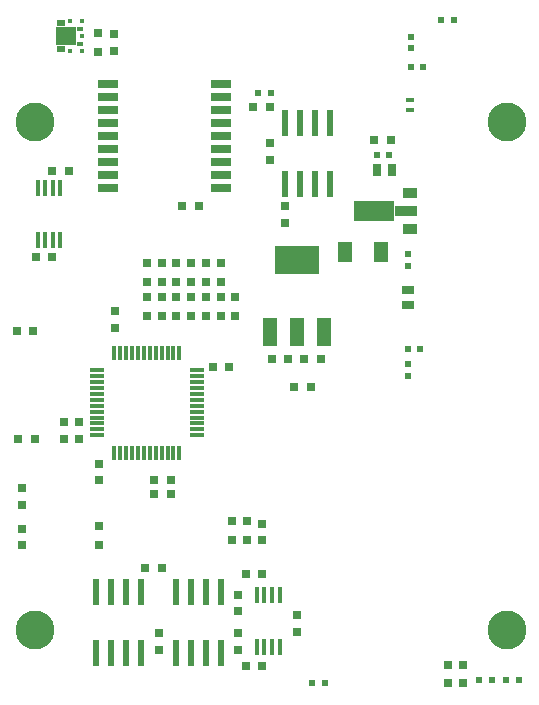
<source format=gtp>
G04 This is an RS-274x file exported by *
G04 gerbv version 2.5.0 *
G04 More information is available about gerbv at *
G04 http://gerbv.gpleda.org/ *
G04 --End of header info--*
%MOIN*%
%FSLAX23Y23*%
%IPPOS*%
G04 --Define apertures--*
%ADD10C,0.0039*%
%ADD11R,0.0315X0.0276*%
%ADD12R,0.0276X0.0315*%
%ADD13R,0.0236X0.0236*%
%ADD14R,0.0472X0.0669*%
%ADD15R,0.0315X0.0315*%
%ADD16R,0.0157X0.0551*%
%ADD17R,0.0236X0.0866*%
%ADD18R,0.0709X0.0276*%
%ADD19R,0.0709X0.0315*%
%ADD20R,0.0118X0.0472*%
%ADD21R,0.0472X0.0118*%
%ADD22R,0.0252X0.0402*%
%ADD23R,0.0402X0.0252*%
%ADD24R,0.0260X0.0142*%
%ADD25R,0.0197X0.0236*%
%ADD26R,0.0512X0.0945*%
%ADD27R,0.1496X0.0945*%
%ADD28R,0.0748X0.0354*%
%ADD29R,0.0512X0.0354*%
%ADD30R,0.1378X0.0709*%
%ADD31R,0.0236X0.0197*%
%ADD32R,0.0118X0.0118*%
%ADD33R,0.0236X0.0138*%
%ADD34R,0.0669X0.0630*%
%ADD35R,0.0138X0.0236*%
%ADD36C,0.1299*%
G04 --Start main section--*
G54D11*
G01X08610Y-6293D03*
G01X08610Y-6348D03*
G01X08876Y-6293D03*
G01X08876Y-6348D03*
G01X08980Y-4717D03*
G01X08980Y-4661D03*
G54D12*
G01X08925Y-4541D03*
G01X08980Y-4541D03*
G01X08620Y-6077D03*
G01X08565Y-6077D03*
G54D11*
G01X08876Y-6165D03*
G01X08876Y-6220D03*
G54D12*
G01X08955Y-6402D03*
G01X08900Y-6402D03*
G01X08955Y-6096D03*
G01X08900Y-6096D03*
G01X09152Y-5378D03*
G01X09096Y-5378D03*
G01X09043Y-5378D03*
G01X08988Y-5378D03*
G54D11*
G01X09031Y-4870D03*
G01X09031Y-4925D03*
G01X09073Y-6234D03*
G01X09073Y-6289D03*
G01X08955Y-5929D03*
G01X08955Y-5984D03*
G54D12*
G01X08193Y-5287D03*
G01X08138Y-5287D03*
G01X09063Y-5472D03*
G01X09118Y-5472D03*
G54D13*
G01X09339Y-4699D03*
G01X09378Y-4699D03*
G54D12*
G01X09329Y-4650D03*
G01X09384Y-4650D03*
G54D14*
G01X09230Y-5024D03*
G01X09352Y-5024D03*
G54D13*
G01X09440Y-5396D03*
G01X09440Y-5435D03*
G01X09453Y-4344D03*
G01X09453Y-4305D03*
G01X09480Y-5346D03*
G01X09441Y-5346D03*
G01X09492Y-4407D03*
G01X09453Y-4407D03*
G54D11*
G01X08295Y-5646D03*
G01X08295Y-5591D03*
G01X08413Y-5728D03*
G01X08413Y-5783D03*
G01X08346Y-5646D03*
G01X08346Y-5591D03*
G54D12*
G01X08791Y-5406D03*
G01X08846Y-5406D03*
G54D11*
G01X08465Y-5276D03*
G01X08465Y-5220D03*
G54D12*
G01X08650Y-5831D03*
G01X08594Y-5831D03*
G01X08650Y-5783D03*
G01X08594Y-5783D03*
G01X08689Y-4870D03*
G01X08744Y-4870D03*
G54D11*
G01X08461Y-4352D03*
G01X08461Y-4297D03*
G54D12*
G01X08311Y-4752D03*
G01X08256Y-4752D03*
G01X08256Y-5039D03*
G01X08201Y-5039D03*
G01X08197Y-5646D03*
G01X08142Y-5646D03*
G54D11*
G01X08154Y-5811D03*
G01X08154Y-5866D03*
G01X08154Y-6000D03*
G01X08154Y-5945D03*
G54D15*
G01X08768Y-5124D03*
G01X08768Y-5059D03*
G01X08817Y-5124D03*
G01X08817Y-5059D03*
G01X08719Y-5124D03*
G01X08719Y-5059D03*
G01X08622Y-5124D03*
G01X08622Y-5059D03*
G01X08669Y-5124D03*
G01X08669Y-5059D03*
G01X08571Y-5124D03*
G01X08571Y-5059D03*
G54D16*
G01X09014Y-6165D03*
G01X08988Y-6165D03*
G01X08963Y-6165D03*
G01X08937Y-6165D03*
G01X08937Y-6339D03*
G01X08963Y-6339D03*
G01X08988Y-6339D03*
G01X09014Y-6339D03*
G54D17*
G01X08817Y-6156D03*
G01X08767Y-6156D03*
G01X08717Y-6156D03*
G01X08667Y-6156D03*
G01X08667Y-6361D03*
G01X08717Y-6361D03*
G01X08767Y-6361D03*
G01X08817Y-6361D03*
G01X08551Y-6156D03*
G01X08501Y-6156D03*
G01X08451Y-6156D03*
G01X08401Y-6156D03*
G01X08401Y-6361D03*
G01X08451Y-6361D03*
G01X08501Y-6361D03*
G01X08551Y-6361D03*
G01X09033Y-4797D03*
G01X09083Y-4797D03*
G01X09133Y-4797D03*
G01X09183Y-4797D03*
G01X09183Y-4592D03*
G01X09133Y-4592D03*
G01X09083Y-4592D03*
G01X09033Y-4592D03*
G54D18*
G01X08443Y-4463D03*
G54D19*
G01X08443Y-4506D03*
G01X08443Y-4549D03*
G01X08443Y-4593D03*
G01X08443Y-4636D03*
G01X08443Y-4679D03*
G01X08443Y-4722D03*
G01X08443Y-4766D03*
G54D18*
G01X08443Y-4809D03*
G01X08817Y-4463D03*
G01X08817Y-4809D03*
G54D19*
G01X08817Y-4506D03*
G01X08817Y-4549D03*
G01X08817Y-4593D03*
G01X08817Y-4636D03*
G01X08817Y-4679D03*
G01X08817Y-4722D03*
G01X08817Y-4766D03*
G54D20*
G01X08463Y-5693D03*
G01X08482Y-5693D03*
G01X08502Y-5693D03*
G01X08522Y-5693D03*
G01X08541Y-5693D03*
G01X08561Y-5693D03*
G01X08581Y-5693D03*
G01X08600Y-5693D03*
G01X08620Y-5693D03*
G01X08640Y-5693D03*
G01X08659Y-5693D03*
G01X08679Y-5693D03*
G54D21*
G01X08738Y-5634D03*
G01X08738Y-5614D03*
G01X08738Y-5594D03*
G01X08738Y-5575D03*
G01X08738Y-5555D03*
G01X08738Y-5535D03*
G01X08738Y-5516D03*
G01X08738Y-5496D03*
G01X08738Y-5476D03*
G01X08738Y-5457D03*
G01X08738Y-5437D03*
G01X08738Y-5417D03*
G54D20*
G01X08679Y-5358D03*
G01X08659Y-5358D03*
G01X08640Y-5358D03*
G01X08620Y-5358D03*
G01X08600Y-5358D03*
G01X08581Y-5358D03*
G01X08561Y-5358D03*
G01X08541Y-5358D03*
G01X08522Y-5358D03*
G01X08502Y-5358D03*
G01X08482Y-5358D03*
G01X08463Y-5358D03*
G54D21*
G01X08404Y-5417D03*
G01X08404Y-5437D03*
G01X08404Y-5457D03*
G01X08404Y-5476D03*
G01X08404Y-5496D03*
G01X08404Y-5516D03*
G01X08404Y-5535D03*
G01X08404Y-5555D03*
G01X08404Y-5575D03*
G01X08404Y-5594D03*
G01X08404Y-5614D03*
G01X08404Y-5634D03*
G54D16*
G01X08283Y-4811D03*
G01X08258Y-4811D03*
G01X08232Y-4811D03*
G01X08207Y-4811D03*
G01X08207Y-4984D03*
G01X08232Y-4984D03*
G01X08258Y-4984D03*
G01X08283Y-4984D03*
G54D22*
G01X09388Y-4748D03*
G01X09337Y-4748D03*
G54D23*
G01X09440Y-5150D03*
G01X09440Y-5200D03*
G54D24*
G01X09447Y-4517D03*
G01X09447Y-4550D03*
G54D15*
G01X08856Y-5919D03*
G01X08856Y-5982D03*
G01X08906Y-5919D03*
G01X08906Y-5982D03*
G54D25*
G01X09440Y-5028D03*
G01X09440Y-5071D03*
G54D15*
G01X09624Y-6461D03*
G01X09624Y-6398D03*
G01X09575Y-6461D03*
G01X09575Y-6398D03*
G01X08409Y-4356D03*
G01X08409Y-4293D03*
G01X08817Y-5173D03*
G01X08817Y-5236D03*
G01X08768Y-5173D03*
G01X08768Y-5236D03*
G01X08866Y-5173D03*
G01X08866Y-5236D03*
G01X08719Y-5173D03*
G01X08719Y-5236D03*
G01X08622Y-5173D03*
G01X08622Y-5236D03*
G01X08669Y-5173D03*
G01X08669Y-5236D03*
G01X08571Y-5173D03*
G01X08571Y-5236D03*
G01X08413Y-6000D03*
G01X08413Y-5937D03*
G54D26*
G01X09073Y-5289D03*
G01X08982Y-5289D03*
G01X09163Y-5289D03*
G54D27*
G01X09073Y-5049D03*
G54D28*
G01X09435Y-4886D03*
G54D29*
G01X09447Y-4945D03*
G01X09447Y-4827D03*
G54D30*
G01X09329Y-4886D03*
G54D31*
G01X08984Y-4492D03*
G01X08941Y-4492D03*
G01X09122Y-6461D03*
G01X09165Y-6461D03*
G01X09594Y-4248D03*
G01X09551Y-4248D03*
G01X09720Y-6449D03*
G01X09677Y-6449D03*
G01X09768Y-6449D03*
G01X09811Y-6449D03*
G54D32*
G01X08354Y-4254D03*
G01X08354Y-4352D03*
G01X08354Y-4303D03*
G01X08315Y-4254D03*
G01X08315Y-4352D03*
G54D33*
G01X08348Y-4279D03*
G01X08348Y-4328D03*
G54D34*
G01X08303Y-4303D03*
G54D35*
G01X08277Y-4260D03*
G01X08277Y-4346D03*
G01X08290Y-4346D03*
G01X08290Y-4260D03*
G54D36*
G01X08197Y-6283D03*
G01X09772Y-4591D03*
G01X08197Y-4591D03*
G01X09772Y-6283D03*
M02*

</source>
